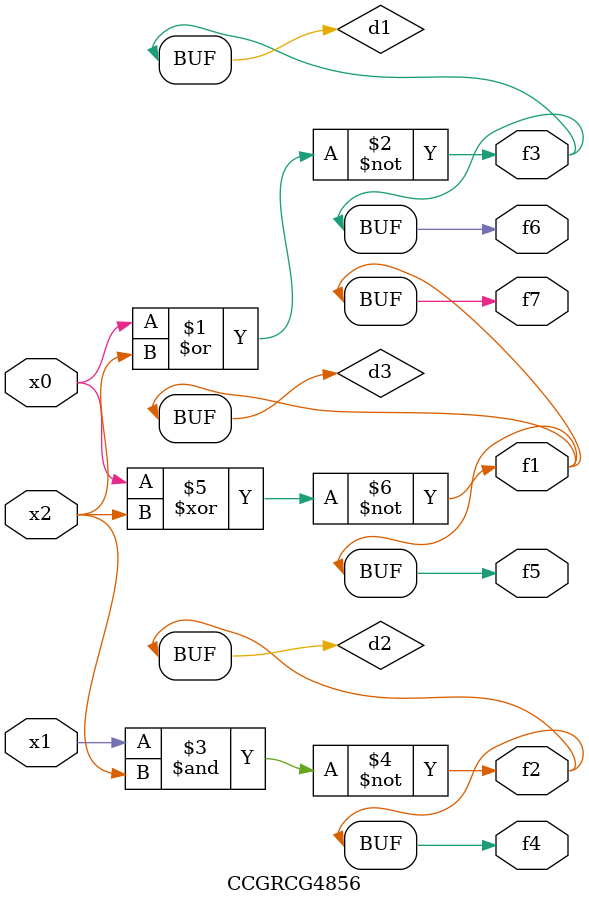
<source format=v>
module CCGRCG4856(
	input x0, x1, x2,
	output f1, f2, f3, f4, f5, f6, f7
);

	wire d1, d2, d3;

	nor (d1, x0, x2);
	nand (d2, x1, x2);
	xnor (d3, x0, x2);
	assign f1 = d3;
	assign f2 = d2;
	assign f3 = d1;
	assign f4 = d2;
	assign f5 = d3;
	assign f6 = d1;
	assign f7 = d3;
endmodule

</source>
